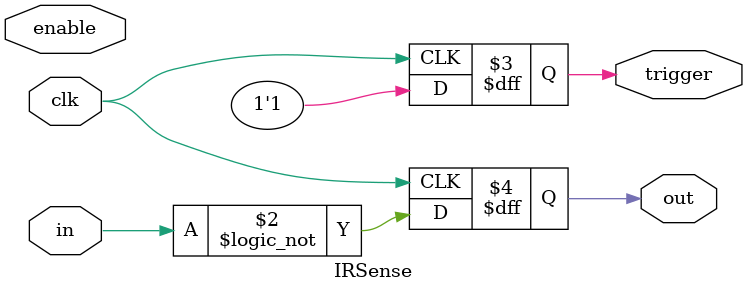
<source format=v>
module IRSense (
    input clk,
    input enable,
    input in,
    output reg trigger,
    output reg out
);

    always @(posedge clk) begin
        trigger = 1'b1;   // Always active trigger
        out = !in;        // Output inverted sensor signal
    end
endmodule
</source>
